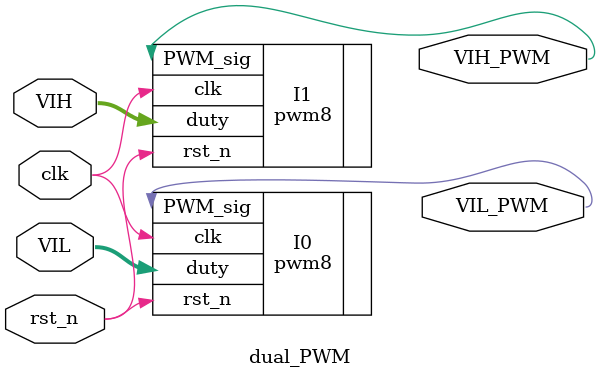
<source format=sv>
module dual_PWM (VIL_PWM, VIH_PWM, VIH, VIL, rst_n, clk);

 input [7:0] VIH; //8 bit vector specifying the duty cycle higher threshold i.e VIH 
 input [7:0] VIL; //8 bit vector specifying the duty cycle lower threshold i.e VIL
 input rst_n, clk;//Asynch low reset and clock signal
 output  VIL_PWM;  //PWM output that will be passed to create the VIH threshold
 output VIH_PWM;  //PWM output that will be passed to create the VIL threshold

 /*We instantiate two copies of pwm8 unit, one for the VIL_PWM to be outputted from and 
   another for the VIH_PWM  to be outputted from */

 pwm8 I0 (.rst_n(rst_n), .clk(clk), .duty(VIL), .PWM_sig(VIL_PWM));

 pwm8 I1 (.rst_n(rst_n), .clk(clk), .duty(VIH), .PWM_sig(VIH_PWM));

endmodule

</source>
